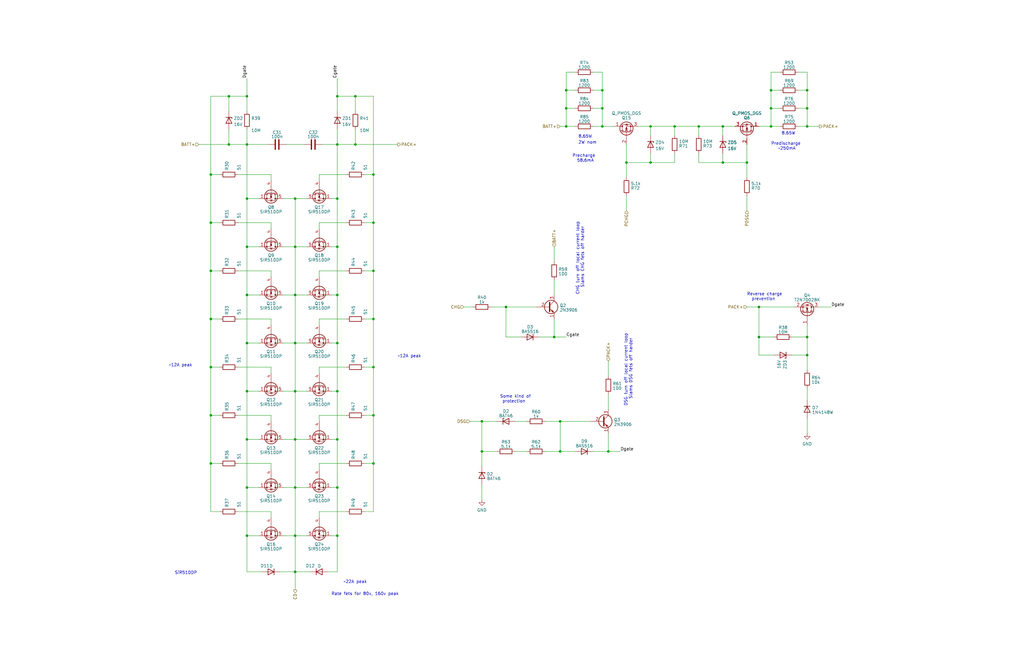
<source format=kicad_sch>
(kicad_sch (version 20230121) (generator eeschema)
  (paper "B")
  (title_block (title "High Side Fets") (date "2022-10-30") (rev "Rev 0") (company "QTech BMS Dept"))
  (junction (at 213.36 129.54))
  (junction (at 104.14 205.74))
  (junction (at 88.9 93.98))
  (junction (at 104.14 226.06))
  (junction (at 320.04 129.54))
  (junction (at 104.14 40.64))
  (junction (at 124.46 104.14))
  (junction (at 203.2 190.5))
  (junction (at 149.86 40.64))
  (junction (at 157.48 134.62))
  (junction (at 314.96 68.58))
  (junction (at 88.9 175.26))
  (junction (at 340.36 53.34))
  (junction (at 124.46 205.74))
  (junction (at 340.36 38.1))
  (junction (at 157.48 114.3))
  (junction (at 157.48 195.58))
  (junction (at 124.46 124.46))
  (junction (at 254 38.1))
  (junction (at 104.14 185.42))
  (junction (at 96.52 60.96))
  (junction (at 157.48 175.26))
  (junction (at 142.24 60.96))
  (junction (at 304.8 68.58))
  (junction (at 104.14 83.82))
  (junction (at 104.14 144.78))
  (junction (at 254 53.34))
  (junction (at 88.9 73.66))
  (junction (at 238.76 45.72))
  (junction (at 284.48 53.34))
  (junction (at 149.86 60.96))
  (junction (at 124.46 241.3))
  (junction (at 254 45.72))
  (junction (at 142.24 205.74))
  (junction (at 88.9 195.58))
  (junction (at 88.9 154.94))
  (junction (at 142.24 83.82))
  (junction (at 124.46 144.78))
  (junction (at 320.04 142.24))
  (junction (at 304.8 53.34))
  (junction (at 142.24 124.46))
  (junction (at 142.24 40.64))
  (junction (at 88.9 114.3))
  (junction (at 236.22 177.8))
  (junction (at 104.14 124.46))
  (junction (at 104.14 104.14))
  (junction (at 264.16 68.58))
  (junction (at 96.52 40.64))
  (junction (at 325.12 53.34))
  (junction (at 124.46 165.1))
  (junction (at 157.48 154.94))
  (junction (at 203.2 177.8))
  (junction (at 124.46 83.82))
  (junction (at 142.24 165.1))
  (junction (at 124.46 226.06))
  (junction (at 325.12 38.1))
  (junction (at 274.32 68.58))
  (junction (at 340.36 142.24))
  (junction (at 238.76 53.34))
  (junction (at 104.14 60.96))
  (junction (at 294.64 53.34))
  (junction (at 104.14 165.1))
  (junction (at 142.24 185.42))
  (junction (at 340.36 45.72))
  (junction (at 256.54 190.5))
  (junction (at 236.22 190.5))
  (junction (at 325.12 45.72))
  (junction (at 157.48 93.98))
  (junction (at 88.9 134.62))
  (junction (at 238.76 38.1))
  (junction (at 157.48 73.66))
  (junction (at 274.32 53.34))
  (junction (at 142.24 144.78))
  (junction (at 233.68 142.24))
  (junction (at 142.24 226.06))
  (junction (at 124.46 185.42))
  (junction (at 142.24 104.14))
  (junction (at 340.36 149.86))
  (wire (pts (xy 124.46 124.46) (xy 129.54 124.46)))
  (wire (pts (xy 88.9 134.62) (xy 92.71 134.62)))
  (wire (pts (xy 238.76 38.1) (xy 242.57 38.1)))
  (wire (pts (xy 124.46 165.1) (xy 129.54 165.1)))
  (wire (pts (xy 219.71 142.24) (xy 213.36 142.24)))
  (wire (pts (xy 254 53.34) (xy 259.08 53.34)))
  (wire (pts (xy 195.58 129.54) (xy 199.39 129.54)))
  (wire (pts (xy 314.96 88.9) (xy 314.96 82.55)))
  (wire (pts (xy 142.24 124.46) (xy 142.24 144.78)))
  (wire (pts (xy 114.3 134.62) (xy 100.33 134.62)))
  (wire (pts (xy 114.3 195.58) (xy 114.3 198.12)))
  (wire (pts (xy 134.62 195.58) (xy 134.62 198.12)))
  (wire (pts (xy 153.67 195.58) (xy 157.48 195.58)))
  (wire (pts (xy 229.87 177.8) (xy 236.22 177.8)))
  (wire (pts (xy 88.9 114.3) (xy 92.71 114.3)))
  (wire (pts (xy 119.38 226.06) (xy 124.46 226.06)))
  (wire (pts (xy 238.76 38.1) (xy 238.76 30.48)))
  (wire (pts (xy 304.8 64.77) (xy 304.8 68.58)))
  (wire (pts (xy 238.76 30.48) (xy 242.57 30.48)))
  (wire (pts (xy 350.52 129.54) (xy 345.44 129.54)))
  (wire (pts (xy 274.32 68.58) (xy 284.48 68.58)))
  (wire (pts (xy 157.48 93.98) (xy 157.48 114.3)))
  (wire (pts (xy 264.16 88.9) (xy 264.16 82.55)))
  (wire (pts (xy 104.14 241.3) (xy 110.49 241.3)))
  (wire (pts (xy 264.16 74.93) (xy 264.16 68.58)))
  (wire (pts (xy 114.3 154.94) (xy 114.3 157.48)))
  (wire (pts (xy 104.14 124.46) (xy 109.22 124.46)))
  (wire (pts (xy 142.24 241.3) (xy 138.43 241.3)))
  (wire (pts (xy 96.52 40.64) (xy 96.52 46.99)))
  (wire (pts (xy 88.9 195.58) (xy 88.9 215.9)))
  (wire (pts (xy 88.9 215.9) (xy 92.71 215.9)))
  (wire (pts (xy 320.04 53.34) (xy 325.12 53.34)))
  (wire (pts (xy 119.38 83.82) (xy 124.46 83.82)))
  (wire (pts (xy 120.65 60.96) (xy 128.27 60.96)))
  (wire (pts (xy 236.22 190.5) (xy 242.57 190.5)))
  (wire (pts (xy 139.7 226.06) (xy 142.24 226.06)))
  (wire (pts (xy 233.68 134.62) (xy 233.68 142.24)))
  (wire (pts (xy 104.14 205.74) (xy 104.14 226.06)))
  (wire (pts (xy 149.86 54.61) (xy 149.86 60.96)))
  (wire (pts (xy 88.9 73.66) (xy 88.9 93.98)))
  (wire (pts (xy 119.38 124.46) (xy 124.46 124.46)))
  (wire (pts (xy 254 30.48) (xy 254 38.1)))
  (wire (pts (xy 314.96 68.58) (xy 314.96 60.96)))
  (wire (pts (xy 124.46 185.42) (xy 124.46 205.74)))
  (wire (pts (xy 157.48 73.66) (xy 157.48 93.98)))
  (wire (pts (xy 340.36 38.1) (xy 340.36 45.72)))
  (wire (pts (xy 340.36 176.53) (xy 340.36 182.88)))
  (wire (pts (xy 119.38 104.14) (xy 124.46 104.14)))
  (wire (pts (xy 229.87 190.5) (xy 236.22 190.5)))
  (wire (pts (xy 325.12 30.48) (xy 328.93 30.48)))
  (wire (pts (xy 142.24 40.64) (xy 142.24 46.99)))
  (wire (pts (xy 139.7 83.82) (xy 142.24 83.82)))
  (wire (pts (xy 124.46 104.14) (xy 124.46 124.46)))
  (wire (pts (xy 340.36 149.86) (xy 340.36 156.21)))
  (wire (pts (xy 134.62 93.98) (xy 134.62 96.52)))
  (wire (pts (xy 124.46 104.14) (xy 129.54 104.14)))
  (wire (pts (xy 233.68 104.14) (xy 233.68 110.49)))
  (wire (pts (xy 294.64 64.77) (xy 294.64 68.58)))
  (wire (pts (xy 104.14 54.61) (xy 104.14 60.96)))
  (wire (pts (xy 104.14 205.74) (xy 109.22 205.74)))
  (wire (pts (xy 153.67 154.94) (xy 157.48 154.94)))
  (wire (pts (xy 96.52 54.61) (xy 96.52 60.96)))
  (wire (pts (xy 294.64 53.34) (xy 304.8 53.34)))
  (wire (pts (xy 124.46 226.06) (xy 129.54 226.06)))
  (wire (pts (xy 124.46 205.74) (xy 129.54 205.74)))
  (wire (pts (xy 250.19 190.5) (xy 256.54 190.5)))
  (wire (pts (xy 104.14 165.1) (xy 109.22 165.1)))
  (wire (pts (xy 96.52 40.64) (xy 104.14 40.64)))
  (wire (pts (xy 149.86 60.96) (xy 167.64 60.96)))
  (wire (pts (xy 217.17 177.8) (xy 222.25 177.8)))
  (wire (pts (xy 134.62 73.66) (xy 134.62 76.2)))
  (wire (pts (xy 104.14 185.42) (xy 104.14 205.74)))
  (wire (pts (xy 254 38.1) (xy 254 45.72)))
  (wire (pts (xy 119.38 205.74) (xy 124.46 205.74)))
  (wire (pts (xy 104.14 104.14) (xy 109.22 104.14)))
  (wire (pts (xy 142.24 60.96) (xy 149.86 60.96)))
  (wire (pts (xy 149.86 40.64) (xy 149.86 46.99)))
  (wire (pts (xy 284.48 68.58) (xy 284.48 64.77)))
  (wire (pts (xy 124.46 144.78) (xy 124.46 165.1)))
  (wire (pts (xy 217.17 190.5) (xy 222.25 190.5)))
  (wire (pts (xy 88.9 93.98) (xy 92.71 93.98)))
  (wire (pts (xy 153.67 134.62) (xy 157.48 134.62)))
  (wire (pts (xy 134.62 195.58) (xy 146.05 195.58)))
  (wire (pts (xy 142.24 144.78) (xy 142.24 165.1)))
  (wire (pts (xy 314.96 74.93) (xy 314.96 68.58)))
  (wire (pts (xy 213.36 129.54) (xy 226.06 129.54)))
  (wire (pts (xy 207.01 129.54) (xy 213.36 129.54)))
  (wire (pts (xy 88.9 175.26) (xy 88.9 195.58)))
  (wire (pts (xy 203.2 190.5) (xy 203.2 196.85)))
  (wire (pts (xy 250.19 38.1) (xy 254 38.1)))
  (wire (pts (xy 320.04 129.54) (xy 320.04 142.24)))
  (wire (pts (xy 124.46 241.3) (xy 124.46 248.92)))
  (wire (pts (xy 320.04 129.54) (xy 335.28 129.54)))
  (wire (pts (xy 100.33 73.66) (xy 114.3 73.66)))
  (wire (pts (xy 336.55 53.34) (xy 340.36 53.34)))
  (wire (pts (xy 334.01 142.24) (xy 340.36 142.24)))
  (wire (pts (xy 142.24 165.1) (xy 142.24 185.42)))
  (wire (pts (xy 88.9 134.62) (xy 88.9 154.94)))
  (wire (pts (xy 134.62 154.94) (xy 134.62 157.48)))
  (wire (pts (xy 153.67 73.66) (xy 157.48 73.66)))
  (wire (pts (xy 250.19 53.34) (xy 254 53.34)))
  (wire (pts (xy 88.9 154.94) (xy 88.9 175.26)))
  (wire (pts (xy 238.76 142.24) (xy 233.68 142.24)))
  (wire (pts (xy 274.32 64.77) (xy 274.32 68.58)))
  (wire (pts (xy 238.76 53.34) (xy 238.76 45.72)))
  (wire (pts (xy 254 45.72) (xy 254 53.34)))
  (wire (pts (xy 119.38 144.78) (xy 124.46 144.78)))
  (wire (pts (xy 304.8 53.34) (xy 304.8 57.15)))
  (wire (pts (xy 104.14 104.14) (xy 104.14 124.46)))
  (wire (pts (xy 336.55 45.72) (xy 340.36 45.72)))
  (wire (pts (xy 142.24 54.61) (xy 142.24 60.96)))
  (wire (pts (xy 88.9 40.64) (xy 88.9 73.66)))
  (wire (pts (xy 304.8 68.58) (xy 314.96 68.58)))
  (wire (pts (xy 203.2 177.8) (xy 209.55 177.8)))
  (wire (pts (xy 124.46 241.3) (xy 118.11 241.3)))
  (wire (pts (xy 142.24 83.82) (xy 142.24 104.14)))
  (wire (pts (xy 203.2 190.5) (xy 209.55 190.5)))
  (wire (pts (xy 124.46 205.74) (xy 124.46 226.06)))
  (wire (pts (xy 142.24 40.64) (xy 149.86 40.64)))
  (wire (pts (xy 142.24 104.14) (xy 142.24 124.46)))
  (wire (pts (xy 149.86 40.64) (xy 157.48 40.64)))
  (wire (pts (xy 142.24 60.96) (xy 142.24 83.82)))
  (wire (pts (xy 114.3 215.9) (xy 114.3 218.44)))
  (wire (pts (xy 326.39 149.86) (xy 320.04 149.86)))
  (wire (pts (xy 264.16 68.58) (xy 274.32 68.58)))
  (wire (pts (xy 104.14 165.1) (xy 104.14 185.42)))
  (wire (pts (xy 157.48 154.94) (xy 157.48 134.62)))
  (wire (pts (xy 104.14 185.42) (xy 109.22 185.42)))
  (wire (pts (xy 100.33 175.26) (xy 114.3 175.26)))
  (wire (pts (xy 284.48 57.15) (xy 284.48 53.34)))
  (wire (pts (xy 269.24 53.34) (xy 274.32 53.34)))
  (wire (pts (xy 88.9 93.98) (xy 88.9 114.3)))
  (wire (pts (xy 236.22 190.5) (xy 236.22 177.8)))
  (wire (pts (xy 114.3 93.98) (xy 114.3 96.52)))
  (wire (pts (xy 124.46 144.78) (xy 129.54 144.78)))
  (wire (pts (xy 124.46 185.42) (xy 129.54 185.42)))
  (wire (pts (xy 139.7 185.42) (xy 142.24 185.42)))
  (wire (pts (xy 153.67 93.98) (xy 157.48 93.98)))
  (wire (pts (xy 104.14 33.02) (xy 104.14 40.64)))
  (wire (pts (xy 236.22 177.8) (xy 248.92 177.8)))
  (wire (pts (xy 119.38 185.42) (xy 124.46 185.42)))
  (wire (pts (xy 88.9 134.62) (xy 88.9 114.3)))
  (wire (pts (xy 104.14 144.78) (xy 109.22 144.78)))
  (wire (pts (xy 340.36 149.86) (xy 334.01 149.86)))
  (wire (pts (xy 157.48 40.64) (xy 157.48 73.66)))
  (wire (pts (xy 284.48 53.34) (xy 294.64 53.34)))
  (wire (pts (xy 88.9 195.58) (xy 92.71 195.58)))
  (wire (pts (xy 157.48 215.9) (xy 157.48 195.58)))
  (wire (pts (xy 124.46 83.82) (xy 129.54 83.82)))
  (wire (pts (xy 157.48 154.94) (xy 157.48 175.26)))
  (wire (pts (xy 233.68 118.11) (xy 233.68 124.46)))
  (wire (pts (xy 238.76 38.1) (xy 238.76 45.72)))
  (wire (pts (xy 134.62 175.26) (xy 146.05 175.26)))
  (wire (pts (xy 139.7 144.78) (xy 142.24 144.78)))
  (wire (pts (xy 250.19 30.48) (xy 254 30.48)))
  (wire (pts (xy 250.19 45.72) (xy 254 45.72)))
  (wire (pts (xy 340.36 53.34) (xy 345.44 53.34)))
  (wire (pts (xy 114.3 73.66) (xy 114.3 76.2)))
  (wire (pts (xy 325.12 38.1) (xy 325.12 45.72)))
  (wire (pts (xy 264.16 68.58) (xy 264.16 60.96)))
  (wire (pts (xy 134.62 93.98) (xy 146.05 93.98)))
  (wire (pts (xy 124.46 226.06) (xy 124.46 241.3)))
  (wire (pts (xy 114.3 137.16) (xy 114.3 134.62)))
  (wire (pts (xy 336.55 38.1) (xy 340.36 38.1)))
  (wire (pts (xy 320.04 142.24) (xy 320.04 149.86)))
  (wire (pts (xy 203.2 177.8) (xy 203.2 190.5)))
  (wire (pts (xy 134.62 114.3) (xy 146.05 114.3)))
  (wire (pts (xy 325.12 38.1) (xy 328.93 38.1)))
  (wire (pts (xy 142.24 226.06) (xy 142.24 241.3)))
  (wire (pts (xy 88.9 40.64) (xy 96.52 40.64)))
  (wire (pts (xy 157.48 134.62) (xy 157.48 114.3)))
  (wire (pts (xy 134.62 134.62) (xy 146.05 134.62)))
  (wire (pts (xy 139.7 165.1) (xy 142.24 165.1)))
  (wire (pts (xy 135.89 60.96) (xy 142.24 60.96)))
  (wire (pts (xy 104.14 226.06) (xy 104.14 241.3)))
  (wire (pts (xy 100.33 195.58) (xy 114.3 195.58)))
  (wire (pts (xy 157.48 175.26) (xy 153.67 175.26)))
  (wire (pts (xy 320.04 142.24) (xy 326.39 142.24)))
  (wire (pts (xy 233.68 142.24) (xy 227.33 142.24)))
  (wire (pts (xy 238.76 53.34) (xy 242.57 53.34)))
  (wire (pts (xy 124.46 124.46) (xy 124.46 144.78)))
  (wire (pts (xy 134.62 154.94) (xy 146.05 154.94)))
  (wire (pts (xy 336.55 30.48) (xy 340.36 30.48)))
  (wire (pts (xy 213.36 142.24) (xy 213.36 129.54)))
  (wire (pts (xy 153.67 215.9) (xy 157.48 215.9)))
  (wire (pts (xy 96.52 60.96) (xy 104.14 60.96)))
  (wire (pts (xy 114.3 114.3) (xy 114.3 116.84)))
  (wire (pts (xy 274.32 53.34) (xy 274.32 57.15)))
  (wire (pts (xy 340.36 137.16) (xy 340.36 142.24)))
  (wire (pts (xy 124.46 83.82) (xy 124.46 104.14)))
  (wire (pts (xy 325.12 53.34) (xy 328.93 53.34)))
  (wire (pts (xy 104.14 46.99) (xy 104.14 40.64)))
  (wire (pts (xy 139.7 104.14) (xy 142.24 104.14)))
  (wire (pts (xy 325.12 53.34) (xy 325.12 45.72)))
  (wire (pts (xy 256.54 166.37) (xy 256.54 172.72)))
  (wire (pts (xy 304.8 53.34) (xy 309.88 53.34)))
  (wire (pts (xy 261.62 190.5) (xy 256.54 190.5)))
  (wire (pts (xy 83.82 60.96) (xy 96.52 60.96)))
  (wire (pts (xy 88.9 175.26) (xy 92.71 175.26)))
  (wire (pts (xy 104.14 60.96) (xy 113.03 60.96)))
  (wire (pts (xy 104.14 83.82) (xy 104.14 104.14)))
  (wire (pts (xy 134.62 215.9) (xy 134.62 218.44)))
  (wire (pts (xy 340.36 142.24) (xy 340.36 149.86)))
  (wire (pts (xy 274.32 53.34) (xy 284.48 53.34)))
  (wire (pts (xy 340.36 30.48) (xy 340.36 38.1)))
  (wire (pts (xy 142.24 205.74) (xy 142.24 226.06)))
  (wire (pts (xy 153.67 114.3) (xy 157.48 114.3)))
  (wire (pts (xy 134.62 73.66) (xy 146.05 73.66)))
  (wire (pts (xy 134.62 134.62) (xy 134.62 137.16)))
  (wire (pts (xy 104.14 124.46) (xy 104.14 144.78)))
  (wire (pts (xy 88.9 73.66) (xy 92.71 73.66)))
  (wire (pts (xy 104.14 226.06) (xy 109.22 226.06)))
  (wire (pts (xy 325.12 38.1) (xy 325.12 30.48)))
  (wire (pts (xy 119.38 165.1) (xy 124.46 165.1)))
  (wire (pts (xy 130.81 241.3) (xy 124.46 241.3)))
  (wire (pts (xy 100.33 215.9) (xy 114.3 215.9)))
  (wire (pts (xy 256.54 152.4) (xy 256.54 158.75)))
  (wire (pts (xy 134.62 114.3) (xy 134.62 116.84)))
  (wire (pts (xy 134.62 175.26) (xy 134.62 177.8)))
  (wire (pts (xy 104.14 144.78) (xy 104.14 165.1)))
  (wire (pts (xy 340.36 163.83) (xy 340.36 168.91)))
  (wire (pts (xy 104.14 60.96) (xy 104.14 83.82)))
  (wire (pts (xy 88.9 154.94) (xy 92.71 154.94)))
  (wire (pts (xy 236.22 53.34) (xy 238.76 53.34)))
  (wire (pts (xy 104.14 83.82) (xy 109.22 83.82)))
  (wire (pts (xy 294.64 53.34) (xy 294.64 57.15)))
  (wire (pts (xy 314.96 129.54) (xy 320.04 129.54)))
  (wire (pts (xy 100.33 93.98) (xy 114.3 93.98)))
  (wire (pts (xy 124.46 165.1) (xy 124.46 185.42)))
  (wire (pts (xy 142.24 33.02) (xy 142.24 40.64)))
  (wire (pts (xy 256.54 182.88) (xy 256.54 190.5)))
  (wire (pts (xy 114.3 175.26) (xy 114.3 177.8)))
  (wire (pts (xy 114.3 114.3) (xy 100.33 114.3)))
  (wire (pts (xy 340.36 45.72) (xy 340.36 53.34)))
  (wire (pts (xy 325.12 45.72) (xy 328.93 45.72)))
  (wire (pts (xy 139.7 205.74) (xy 142.24 205.74)))
  (wire (pts (xy 139.7 124.46) (xy 142.24 124.46)))
  (wire (pts (xy 198.12 177.8) (xy 203.2 177.8)))
  (wire (pts (xy 203.2 204.47) (xy 203.2 210.82)))
  (wire (pts (xy 238.76 45.72) (xy 242.57 45.72)))
  (wire (pts (xy 100.33 154.94) (xy 114.3 154.94)))
  (wire (pts (xy 142.24 185.42) (xy 142.24 205.74)))
  (wire (pts (xy 157.48 195.58) (xy 157.48 175.26)))
  (wire (pts (xy 134.62 215.9) (xy 146.05 215.9)))
  (wire (pts (xy 294.64 68.58) (xy 304.8 68.58)))
  (text "Rate fets for 80v, 160v peak" (at 139.7 251.46 0) (effects (font (size 1.27 1.27)) (justify left bottom)))
  (text "CHG turn off local current loop\n   Slams CHG fets off harder" (at 246.38 124.46 90) (effects (font (size 1.27 1.27)) (justify left bottom)))
  (text "2W nom" (at 243.84 60.96 0) (effects (font (size 1.27 1.27)) (justify left bottom)))
  (text "~22A peak" (at 144.78 246.38 0) (effects (font (size 1.27 1.27)) (justify left bottom)))
  (text "Reverse charge\n  prevention" (at 314.96 127 0) (effects (font (size 1.27 1.27)) (justify left bottom)))
  (text "8.65W" (at 243.84 58.42 0) (effects (font (size 1.27 1.27)) (justify left bottom)))
  (text "Predischarge\n   ~250mA" (at 325.12 63.5 0) (effects (font (size 1.27 1.27)) (justify left bottom)))
  (text "DSG turn off local current loop\n   Slams DSG fets off harder" (at 266.7 171.45 90) (effects (font (size 1.27 1.27)) (justify left bottom)))
  (text "8.65W" (at 329.5406 57.0641 0) (effects (font (size 1.27 1.27)) (justify left bottom)))
  (text "Precharge\n  58.6mA" (at 241.3 68.58 0) (effects (font (size 1.27 1.27)) (justify left bottom)))
  (text "Some kind of\n protection" (at 210.82 170.18 0) (effects (font (size 1.27 1.27)) (justify left bottom)))
  (text "~12A peak" (at 167.64 151.13 0) (effects (font (size 1.27 1.27)) (justify left bottom)))
  (text "~12A peak" (at 71.12 154.94 0) (effects (font (size 1.27 1.27)) (justify left bottom)))
  (text "SiR510DP" (at 73.66 242.57 0) (effects (font (size 1.27 1.27)) (justify left bottom)))
  (label "Cgate" (at 238.76 142.24 0))
  (label "Dgate" (at 261.62 190.5 0))
  (label "Cgate" (at 142.24 33.02 90))
  (label "Dgate" (at 350.52 129.54 0))
  (label "Dgate" (at 104.14 33.02 90))
  (hierarchical_label "PACK+" (shape output) (at 167.64 60.96 0))
  (hierarchical_label "PCHG" (shape input) (at 264.16 88.9 270))
  (hierarchical_label "PACK+" (shape input) (at 256.54 152.4 90))
  (hierarchical_label "BATT+" (shape input) (at 83.82 60.96 180))
  (hierarchical_label "BATT+" (shape input) (at 233.68 104.14 90))
  (hierarchical_label "PACK+" (shape output) (at 345.44 53.34 0))
  (hierarchical_label "CD" (shape output) (at 124.46 248.92 270))
  (hierarchical_label "CHG" (shape input) (at 195.58 129.54 180))
  (hierarchical_label "PDSG" (shape input) (at 314.96 88.9 270))
  (hierarchical_label "DSG" (shape input) (at 198.12 177.8 180))
  (hierarchical_label "BATT+" (shape input) (at 236.22 53.34 180))
  (hierarchical_label "PACK+" (shape input) (at 314.96 129.54 180))
  (symbol (lib_id "Transistor_FET:Si7336ADP") (at 134.62 182.88 90) (mirror x) (unit 1)
    (property "Reference" "Q22" (at 134.62 189.0475 90))
    (property "Value" "SIR510DP" (at 134.62 190.9685 90))
    (property "Footprint" "Package_SO:PowerPAK_SO-8_Single" (effects hide))
    (property "Datasheet" "https://www.vishay.com/doc?78251" (effects hide))
    (property "Mouser" "https://www.mouser.com/ProductDetail/Vishay-Siliconix/SIR510DP-T1-RE3?qs=DRkmTr78QAQgLs6ynidLQA%3D%3D" (effects hide))
    (property "Part Number" "SIR510DP-T1-RE3" (effects hide))
    (property "Rating" "100V 126A" (effects hide))
  )
  (symbol (lib_id "Device:R") (at 256.54 162.56 180) (unit 1)
    (property "Reference" "R61" (at 258.318 161.9163 0) (effects (justify right)))
    (property "Value" "100" (at 258.318 163.8373 0) (effects (justify right)))
    (property "Footprint" "Resistor_SMD:R_0603_1608Metric" (effects hide))
    (property "Datasheet" "https://www.mouser.com/datasheet/2/54/cr-1858361.pdf" (effects hide))
    (property "Mouser" "https://www.mouser.com/ProductDetail/Bourns/CR0603-FX-1000ELF?qs=sGAEpiMZZMtlubZbdhIBIB2E0CzLGwMIzMOnVrznuHg%3D" (effects hide))
    (property "Part Number" "CR0603-FX-1000ELF" (effects hide))
    (property "Rating" "100mW" (effects hide))
  )
  (symbol (lib_id "Transistor_FET:Si7336ADP") (at 114.3 203.2 270) (unit 1)
    (property "Reference" "Q14" (at 114.3 209.3675 90))
    (property "Value" "SIR510DP" (at 114.3 211.2885 90))
    (property "Footprint" "Package_SO:PowerPAK_SO-8_Single" (effects hide))
    (property "Datasheet" "https://www.vishay.com/doc?78251" (effects hide))
    (property "Mouser" "https://www.mouser.com/ProductDetail/Vishay-Siliconix/SIR510DP-T1-RE3?qs=DRkmTr78QAQgLs6ynidLQA%3D%3D" (effects hide))
    (property "Part Number" "SIR510DP-T1-RE3" (effects hide))
    (property "Rating" "100V 126A" (effects hide))
  )
  (symbol (lib_id "Transistor_FET:Si7336ADP") (at 134.62 203.2 90) (mirror x) (unit 1)
    (property "Reference" "Q23" (at 134.62 209.3675 90))
    (property "Value" "SIR510DP" (at 134.62 211.2885 90))
    (property "Footprint" "Package_SO:PowerPAK_SO-8_Single" (effects hide))
    (property "Datasheet" "https://www.vishay.com/doc?78251" (effects hide))
    (property "Mouser" "https://www.mouser.com/ProductDetail/Vishay-Siliconix/SIR510DP-T1-RE3?qs=DRkmTr78QAQgLs6ynidLQA%3D%3D" (effects hide))
    (property "Part Number" "SIR510DP-T1-RE3" (effects hide))
    (property "Rating" "100V 126A" (effects hide))
  )
  (symbol (lib_id "Device:D_Zener") (at 142.24 50.8 270) (unit 1)
    (property "Reference" "ZD1" (at 144.272 49.9653 90) (effects (justify left)))
    (property "Value" "16V" (at 144.272 52.5022 90) (effects (justify left)))
    (property "Footprint" "Diode_SMD:D_SOD-323F" (effects hide))
    (property "Datasheet" "https://www.diodes.com/assets/Datasheets/ds31987.pdf" (effects hide))
    (property "Mouser" "https://www.mouser.com/ProductDetail/Diodes-Incorporated/DDZ16CSF-7?qs=gfe7vQ8txpU%2Fw9f0N8ItgQ%3D%3D" (effects hide))
    (property "Part Number" "DDZ16CSF-7" (effects hide))
    (property "Rating" "16V 500mW" (effects hide))
  )
  (symbol (lib_id "Device:D_Zener") (at 330.2 149.86 180) (unit 1)
    (property "Reference" "ZD3" (at 331.0347 151.892 90) (effects (justify left)))
    (property "Value" "16V" (at 328.4978 151.892 90) (effects (justify left)))
    (property "Footprint" "Diode_SMD:D_SOD-323F" (effects hide))
    (property "Datasheet" "https://www.diodes.com/assets/Datasheets/ds31987.pdf" (effects hide))
    (property "Mouser" "https://www.mouser.com/ProductDetail/Diodes-Incorporated/DDZ16CSF-7?qs=gfe7vQ8txpU%2Fw9f0N8ItgQ%3D%3D" (effects hide))
    (property "Part Number" "DDZ16CSF-7" (effects hide))
    (property "Rating" "16V 500mW" (effects hide))
  )
  (symbol (lib_id "Transistor_FET:Si7336ADP") (at 114.3 162.56 270) (unit 1)
    (property "Reference" "Q12" (at 114.3 168.7275 90))
    (property "Value" "SIR510DP" (at 114.3 170.6485 90))
    (property "Footprint" "Package_SO:PowerPAK_SO-8_Single" (effects hide))
    (property "Datasheet" "https://www.vishay.com/doc?78251" (effects hide))
    (property "Mouser" "https://www.mouser.com/ProductDetail/Vishay-Siliconix/SIR510DP-T1-RE3?qs=DRkmTr78QAQgLs6ynidLQA%3D%3D" (effects hide))
    (property "Part Number" "SIR510DP-T1-RE3" (effects hide))
    (property "Rating" "100V 126A" (effects hide))
  )
  (symbol (lib_id "Transistor_FET:Si7336ADP") (at 114.3 81.28 270) (unit 1)
    (property "Reference" "Q8" (at 114.3 87.4475 90))
    (property "Value" "SIR510DP" (at 114.3 89.3685 90))
    (property "Footprint" "Package_SO:PowerPAK_SO-8_Single" (effects hide))
    (property "Datasheet" "https://www.vishay.com/doc?78251" (effects hide))
    (property "Mouser" "https://www.mouser.com/ProductDetail/Vishay-Siliconix/SIR510DP-T1-RE3?qs=DRkmTr78QAQgLs6ynidLQA%3D%3D" (effects hide))
    (property "Part Number" "SIR510DP-T1-RE3" (effects hide))
    (property "Rating" "100V 126A" (effects hide))
  )
  (symbol (lib_id "Device:R") (at 294.64 60.96 0) (mirror y) (unit 1)
    (property "Reference" "R73" (at 296.418 61.6037 0) (effects (justify right)))
    (property "Value" "10M" (at 296.418 59.6827 0) (effects (justify right)))
    (property "Footprint" "Resistor_SMD:R_0603_1608Metric" (effects hide))
    (property "Datasheet" "https://www.mouser.com/datasheet/2/447/PYu_AC_51_RoHS_L_9-3005297.pdf" (effects hide))
    (property "Mouser" "https://www.mouser.com/ProductDetail/YAGEO/AC0603FR-0710ML?qs=sGAEpiMZZMtlubZbdhIBIG07xJe44c5AN0zPtTTP5TI%3D" (effects hide))
    (property "Part Number" "AC0603FR-0710ML" (effects hide))
    (property "Rating" "100mW" (effects hide))
  )
  (symbol (lib_id "Device:R") (at 96.52 93.98 90) (unit 1)
    (property "Reference" "R31" (at 95.6853 92.202 0) (effects (justify left)))
    (property "Value" "51" (at 100.7622 92.202 0) (effects (justify left)))
    (property "Footprint" "Resistor_SMD:R_0603_1608Metric" (effects hide))
    (property "Datasheet" "https://www.vishay.com/doc?20035" (effects hide))
    (property "Mouser" "https://www.mouser.com/ProductDetail/Vishay-Dale/CRCW060351R0FKEB?qs=sGAEpiMZZMtlubZbdhIBIDtQ47NphPmFggvnoEz9pAA%3D" (effects hide))
    (property "Part Number" "CRCW060351R0FKEB" (effects hide))
    (property "Rating" "100mW" (effects hide))
  )
  (symbol (lib_id "Device:R") (at 149.86 175.26 90) (unit 1)
    (property "Reference" "R47" (at 149.0253 173.482 0) (effects (justify left)))
    (property "Value" "51" (at 154.1022 173.482 0) (effects (justify left)))
    (property "Footprint" "Resistor_SMD:R_0603_1608Metric" (effects hide))
    (property "Datasheet" "https://www.vishay.com/doc?20035" (effects hide))
    (property "Mouser" "https://www.mouser.com/ProductDetail/Vishay-Dale/CRCW060351R0FKEB?qs=sGAEpiMZZMtlubZbdhIBIDtQ47NphPmFggvnoEz9pAA%3D" (effects hide))
    (property "Part Number" "CRCW060351R0FKEB" (effects hide))
    (property "Rating" "100mW" (effects hide))
  )
  (symbol (lib_id "Device:R") (at 149.86 73.66 90) (unit 1)
    (property "Reference" "R42" (at 149.0253 71.882 0) (effects (justify left)))
    (property "Value" "51" (at 154.1022 71.882 0) (effects (justify left)))
    (property "Footprint" "Resistor_SMD:R_0603_1608Metric" (effects hide))
    (property "Datasheet" "https://www.vishay.com/doc?20035" (effects hide))
    (property "Mouser" "https://www.mouser.com/ProductDetail/Vishay-Dale/CRCW060351R0FKEB?qs=sGAEpiMZZMtlubZbdhIBIDtQ47NphPmFggvnoEz9pAA%3D" (effects hide))
    (property "Part Number" "CRCW060351R0FKEB" (effects hide))
    (property "Rating" "100mW" (effects hide))
  )
  (symbol (lib_id "Device:D_Zener") (at 304.8 60.96 270) (unit 1)
    (property "Reference" "ZD5" (at 306.832 60.1253 90) (effects (justify left)))
    (property "Value" "16V" (at 306.832 62.6622 90) (effects (justify left)))
    (property "Footprint" "Diode_SMD:D_SOD-323F" (effects hide))
    (property "Datasheet" "https://www.diodes.com/assets/Datasheets/ds31987.pdf" (effects hide))
    (property "Mouser" "https://www.mouser.com/ProductDetail/Diodes-Incorporated/DDZ16CSF-7?qs=gfe7vQ8txpU%2Fw9f0N8ItgQ%3D%3D" (effects hide))
    (property "Part Number" "DDZ16CSF-7" (effects hide))
    (property "Rating" "16V 500mW" (effects hide))
  )
  (symbol (lib_id "Diode:BAS516") (at 223.52 142.24 180) (unit 1)
    (property "Reference" "D3" (at 223.52 137.9601 0))
    (property "Value" "BAS516" (at 223.52 139.8811 0))
    (property "Footprint" "Diode_SMD:D_SOD-523" (effects hide))
    (property "Datasheet" "https://www.mouser.com/datasheet/2/916/BAS516-3081349.pdf" (effects hide))
    (property "Mouser" "https://www.mouser.com/ProductDetail/Nexperia/BAS516115?qs=me8TqzrmIYVSb%2FgWSGcf7w%3D%3D" (effects hide))
    (property "Part Number" "BAS516,115" (effects hide))
    (property "Rating" "85V 250mA" (effects hide))
  )
  (symbol (lib_id "Device:R") (at 332.74 38.1 270) (mirror x) (unit 1)
    (property "Reference" "R69" (at 332.74 34.0741 90))
    (property "Value" "1200" (at 332.74 35.9951 90))
    (property "Footprint" "Resistor_SMD:R_2512_6332Metric" (effects hide))
  )
  (symbol (lib_id "Device:C") (at 116.84 60.96 90) (unit 1)
    (property "Reference" "C31" (at 116.84 55.88 90))
    (property "Value" "100n" (at 116.84 57.6381 90))
    (property "Footprint" "Capacitor_SMD:C_0603_1608Metric" (effects hide))
    (property "Datasheet" "https://www.mouser.com/datasheet/2/585/MLCC-1837944.pdf" (effects hide))
    (property "Mouser" "https://www.mouser.com/ProductDetail/Samsung-Electro-Mechanics/CL10B104KC8NNNC?qs=sGAEpiMZZMs7ZEmUmaUL04Db8I7WfOR7JJmoHv2C8bjtz8qZ9HJqbw%3D%3D" (effects hide))
    (property "Part Number" "CL10B104KC8NNNC" (effects hide))
    (property "Rating" "100V" (effects hide))
  )
  (symbol (lib_id "Device:Q_PMOS_DGS") (at 314.96 55.88 270) (mirror x) (unit 1)
    (property "Reference" "Q6" (at 314.96 49.7125 90))
    (property "Value" "Q_PMOS_DGS" (at 314.96 47.7915 90))
  )
  (symbol (lib_id "power:GND") (at 203.2 210.82 0) (unit 1)
    (property "Reference" "#PWR02" (effects hide))
    (property "Value" "GND" (at 203.2 215.2634 0))
    (instances (project "bms" (path "" (reference "#PWR02") (unit 1)) (path "" (reference "#PWR028") (unit 1))))
  )
  (symbol (lib_id "Device:C") (at 132.08 60.96 90) (unit 1)
    (property "Reference" "C32" (at 132.08 55.88 90))
    (property "Value" "100n" (at 132.08 57.6381 90))
    (property "Footprint" "Capacitor_SMD:C_0603_1608Metric" (effects hide))
    (property "Datasheet" "https://www.mouser.com/datasheet/2/585/MLCC-1837944.pdf" (effects hide))
    (property "Mouser" "https://www.mouser.com/ProductDetail/Samsung-Electro-Mechanics/CL10B104KC8NNNC?qs=sGAEpiMZZMs7ZEmUmaUL04Db8I7WfOR7JJmoHv2C8bjtz8qZ9HJqbw%3D%3D" (effects hide))
    (property "Part Number" "CL10B104KC8NNNC" (effects hide))
    (property "Rating" "100V" (effects hide))
  )
  (symbol (lib_id "Device:R") (at 246.38 45.72 270) (mirror x) (unit 1)
    (property "Reference" "R84" (at 246.38 41.6941 90))
    (property "Value" "1200" (at 246.38 43.6151 90))
    (property "Footprint" "Resistor_SMD:R_2512_6332Metric" (effects hide))
  )
  (symbol (lib_id "Device:Q_NMOS_GSD") (at 340.36 132.08 270) (mirror x) (unit 1)
    (property "Reference" "Q4" (at 340.36 124.6251 90))
    (property "Value" "T2N7002BK" (at 340.36 126.5461 90))
    (property "Footprint" "Package_TO_SOT_SMD:SOT-23" (effects hide))
    (property "Datasheet" "https://www.mouser.com/datasheet/2/408/T2N7002BK_datasheet_en_20191025-1916498.pdf" (effects hide))
    (property "Mouser" "https://www.mouser.com/ProductDetail/Toshiba/T2N7002BKLM?qs=lX6dEUlT%252BgfTnU11z%2FTylg%3D%3D" (effects hide))
    (property "Part Number" "T2N7002BK,LM" (effects hide))
    (property "Rating" "60V 400mA" (effects hide))
  )
  (symbol (lib_id "Device:R") (at 149.86 114.3 90) (unit 1)
    (property "Reference" "R44" (at 149.0253 112.522 0) (effects (justify left)))
    (property "Value" "51" (at 154.1022 112.522 0) (effects (justify left)))
    (property "Footprint" "Resistor_SMD:R_0603_1608Metric" (effects hide))
    (property "Datasheet" "https://www.vishay.com/doc?20035" (effects hide))
    (property "Mouser" "https://www.mouser.com/ProductDetail/Vishay-Dale/CRCW060351R0FKEB?qs=sGAEpiMZZMtlubZbdhIBIDtQ47NphPmFggvnoEz9pAA%3D" (effects hide))
    (property "Part Number" "CRCW060351R0FKEB" (effects hide))
    (property "Rating" "100mW" (effects hide))
  )
  (symbol (lib_id "Device:R") (at 149.86 93.98 90) (unit 1)
    (property "Reference" "R43" (at 149.0253 92.202 0) (effects (justify left)))
    (property "Value" "51" (at 154.1022 92.202 0) (effects (justify left)))
    (property "Footprint" "Resistor_SMD:R_0603_1608Metric" (effects hide))
    (property "Datasheet" "https://www.vishay.com/doc?20035" (effects hide))
    (property "Mouser" "https://www.mouser.com/ProductDetail/Vishay-Dale/CRCW060351R0FKEB?qs=sGAEpiMZZMtlubZbdhIBIDtQ47NphPmFggvnoEz9pAA%3D" (effects hide))
    (property "Part Number" "CRCW060351R0FKEB" (effects hide))
    (property "Rating" "100mW" (effects hide))
  )
  (symbol (lib_id "Device:R") (at 96.52 73.66 90) (unit 1)
    (property "Reference" "R30" (at 95.6853 71.882 0) (effects (justify left)))
    (property "Value" "51" (at 100.7622 71.882 0) (effects (justify left)))
    (property "Footprint" "Resistor_SMD:R_0603_1608Metric" (effects hide))
    (property "Datasheet" "https://www.vishay.com/doc?20035" (effects hide))
    (property "Mouser" "https://www.mouser.com/ProductDetail/Vishay-Dale/CRCW060351R0FKEB?qs=sGAEpiMZZMtlubZbdhIBIDtQ47NphPmFggvnoEz9pAA%3D" (effects hide))
    (property "Part Number" "CRCW060351R0FKEB" (effects hide))
    (property "Rating" "100mW" (effects hide))
  )
  (symbol (lib_id "Transistor_BJT:2N3906") (at 231.14 129.54 0) (unit 1)
    (property "Reference" "Q2" (at 235.9914 128.8963 0) (effects (justify left)))
    (property "Value" "2N3906" (at 235.9914 130.8173 0) (effects (justify left)))
    (property "Footprint" "Package_TO_SOT_THT:TO-92_Inline" (effects hide))
    (property "Datasheet" "https://www.mouser.com/datasheet/2/115/DIOD_S_A0012992517_1-2513078.pdf" (effects hide))
    (property "Mouser" "https://www.mouser.com/ProductDetail/Diodes-Incorporated/MMBT3906-7-F?qs=wWyd8J8HCZnomk3dzpYZYw%3D%3D" (effects hide))
    (property "Part Number" "MMBT3906-7-F" (effects hide))
    (property "Rating" "40V 200mA" (effects hide))
  )
  (symbol (lib_id "Device:D_Zener") (at 274.32 60.96 270) (unit 1)
    (property "Reference" "ZD4" (at 276.352 60.1253 90) (effects (justify left)))
    (property "Value" "16V" (at 276.352 62.6622 90) (effects (justify left)))
    (property "Footprint" "Diode_SMD:D_SOD-323F" (effects hide))
    (property "Datasheet" "https://www.diodes.com/assets/Datasheets/ds31987.pdf" (effects hide))
    (property "Mouser" "https://www.mouser.com/ProductDetail/Diodes-Incorporated/DDZ16CSF-7?qs=gfe7vQ8txpU%2Fw9f0N8ItgQ%3D%3D" (effects hide))
    (property "Part Number" "DDZ16CSF-7" (effects hide))
    (property "Rating" "16V 500mW" (effects hide))
  )
  (symbol (lib_id "Device:D") (at 134.62 241.3 0) (unit 1)
    (property "Reference" "D12" (at 130.81 238.76 0))
    (property "Value" "D" (at 134.62 238.8671 0))
    (property "Footprint" "Diode_SMD:D_SMC" (effects hide))
  )
  (symbol (lib_id "Transistor_FET:Si7336ADP") (at 134.62 101.6 90) (mirror x) (unit 1)
    (property "Reference" "Q18" (at 134.62 107.7675 90))
    (property "Value" "SIR510DP" (at 134.62 109.6885 90))
    (property "Footprint" "Package_SO:PowerPAK_SO-8_Single" (effects hide))
    (property "Datasheet" "https://www.vishay.com/doc?78251" (effects hide))
    (property "Mouser" "https://www.mouser.com/ProductDetail/Vishay-Siliconix/SIR510DP-T1-RE3?qs=DRkmTr78QAQgLs6ynidLQA%3D%3D" (effects hide))
    (property "Part Number" "SIR510DP-T1-RE3" (effects hide))
    (property "Rating" "100V 126A" (effects hide))
  )
  (symbol (lib_id "Device:R") (at 314.96 78.74 0) (mirror y) (unit 1)
    (property "Reference" "R70" (at 316.738 79.3837 0) (effects (justify right)))
    (property "Value" "5.1k" (at 316.738 77.4627 0) (effects (justify right)))
    (property "Footprint" "Resistor_SMD:R_0603_1608Metric" (effects hide))
    (property "Datasheet" "https://www.mouser.com/datasheet/2/315/AOA0000C304-1149620.pdf" (effects hide))
    (property "Mouser" "https://www.mouser.com/ProductDetail/Panasonic/ERJ-3EKF5101V?qs=sGAEpiMZZMtlubZbdhIBILWcrV%252BWBYJCmWDmg%252B%252BOeB4%3D" (effects hide))
    (property "Part Number" "ERJ-3EKF5101V" (effects hide))
    (property "Rating" "100mW" (effects hide))
  )
  (symbol (lib_id "Device:R") (at 213.36 190.5 90) (unit 1)
    (property "Reference" "R63" (at 213.36 186.4741 90))
    (property "Value" "5.1k" (at 213.36 188.3951 90))
    (property "Footprint" "Resistor_SMD:R_0603_1608Metric" (effects hide))
    (property "Datasheet" "https://www.mouser.com/datasheet/2/447/PYu_RC_Group_51_RoHS_L_11-1984063.pdf" (effects hide))
    (property "Mouser" "https://www.mouser.com/ProductDetail/YAGEO/RC1206JR-075K1L?qs=sGAEpiMZZMtlubZbdhIBIBvSqRm9%252BnwjpZFs1r6dFlc%3D" (effects hide))
    (property "Part Number" "RC1206JR-075K1L" (effects hide))
    (property "Rating" "250mW" (effects hide))
  )
  (symbol (lib_id "Transistor_FET:Si7336ADP") (at 134.62 81.28 90) (mirror x) (unit 1)
    (property "Reference" "Q17" (at 134.62 87.4475 90))
    (property "Value" "SIR510DP" (at 134.62 89.3685 90))
    (property "Footprint" "Package_SO:PowerPAK_SO-8_Single" (effects hide))
    (property "Datasheet" "https://www.vishay.com/doc?78251" (effects hide))
    (property "Mouser" "https://www.mouser.com/ProductDetail/Vishay-Siliconix/SIR510DP-T1-RE3?qs=DRkmTr78QAQgLs6ynidLQA%3D%3D" (effects hide))
    (property "Part Number" "SIR510DP-T1-RE3" (effects hide))
    (property "Rating" "100V 126A" (effects hide))
  )
  (symbol (lib_id "Device:R") (at 96.52 134.62 90) (unit 1)
    (property "Reference" "R33" (at 95.6853 132.842 0) (effects (justify left)))
    (property "Value" "51" (at 100.7622 132.842 0) (effects (justify left)))
    (property "Footprint" "Resistor_SMD:R_0603_1608Metric" (effects hide))
    (property "Datasheet" "https://www.vishay.com/doc?20035" (effects hide))
    (property "Mouser" "https://www.mouser.com/ProductDetail/Vishay-Dale/CRCW060351R0FKEB?qs=sGAEpiMZZMtlubZbdhIBIDtQ47NphPmFggvnoEz9pAA%3D" (effects hide))
    (property "Part Number" "CRCW060351R0FKEB" (effects hide))
    (property "Rating" "100mW" (effects hide))
  )
  (symbol (lib_id "Device:D_Zener") (at 213.36 177.8 0) (unit 1)
    (property "Reference" "D2" (at 213.36 173.5201 0))
    (property "Value" "BAT46" (at 213.36 175.4411 0))
    (property "Footprint" "Diode_SMD:D_SOD-123" (effects hide))
    (property "Datasheet" "https://www.mouser.com/datasheet/2/258/BAT46WHE3_SOD_123_-1957551.pdf" (effects hide))
    (property "Mouser" "https://www.mouser.com/ProductDetail/Micro-Commercial-Components-MCC/BAT46WHE3-TP?qs=HBWAp0VN4RhwZZGh4BO67Q%3D%3D" (effects hide))
    (property "Part Number" "BAT46WHE3-TP" (effects hide))
    (property "Rating" "100V 150mA" (effects hide))
    (instances (project "bms" (path "" (reference "D2") (unit 1)) (path "" (reference "D5") (unit 1))))
  )
  (symbol (lib_id "Transistor_FET:Si7336ADP") (at 134.62 223.52 90) (mirror x) (unit 1)
    (property "Reference" "Q24" (at 134.62 229.6875 90))
    (property "Value" "SIR510DP" (at 134.62 231.6085 90))
    (property "Footprint" "Package_SO:PowerPAK_SO-8_Single" (effects hide))
    (property "Datasheet" "https://www.vishay.com/doc?78251" (effects hide))
    (property "Mouser" "https://www.mouser.com/ProductDetail/Vishay-Siliconix/SIR510DP-T1-RE3?qs=DRkmTr78QAQgLs6ynidLQA%3D%3D" (effects hide))
    (property "Part Number" "SIR510DP-T1-RE3" (effects hide))
    (property "Rating" "100V 126A" (effects hide))
  )
  (symbol (lib_id "Device:R") (at 96.52 195.58 90) (unit 1)
    (property "Reference" "R36" (at 95.6853 193.802 0) (effects (justify left)))
    (property "Value" "51" (at 100.7622 193.802 0) (effects (justify left)))
    (property "Footprint" "Resistor_SMD:R_0603_1608Metric" (effects hide))
    (property "Datasheet" "https://www.vishay.com/doc?20035" (effects hide))
    (property "Mouser" "https://www.mouser.com/ProductDetail/Vishay-Dale/CRCW060351R0FKEB?qs=sGAEpiMZZMtlubZbdhIBIDtQ47NphPmFggvnoEz9pAA%3D" (effects hide))
    (property "Part Number" "CRCW060351R0FKEB" (effects hide))
    (property "Rating" "100mW" (effects hide))
  )
  (symbol (lib_id "Device:Q_PMOS_DGS") (at 264.16 55.88 90) (unit 1)
    (property "Reference" "Q15" (at 264.16 49.7125 90))
    (property "Value" "Q_PMOS_DGS" (at 264.16 47.7915 90))
  )
  (symbol (lib_id "Transistor_FET:Si7336ADP") (at 134.62 162.56 90) (mirror x) (unit 1)
    (property "Reference" "Q21" (at 134.62 168.7275 90))
    (property "Value" "SIR510DP" (at 134.62 170.6485 90))
    (property "Footprint" "Package_SO:PowerPAK_SO-8_Single" (effects hide))
    (property "Datasheet" "https://www.vishay.com/doc?78251" (effects hide))
    (property "Mouser" "https://www.mouser.com/ProductDetail/Vishay-Siliconix/SIR510DP-T1-RE3?qs=DRkmTr78QAQgLs6ynidLQA%3D%3D" (effects hide))
    (property "Part Number" "SIR510DP-T1-RE3" (effects hide))
    (property "Rating" "100V 126A" (effects hide))
  )
  (symbol (lib_id "Transistor_BJT:2N3906") (at 254 177.8 0) (unit 1)
    (property "Reference" "Q3" (at 258.8514 177.1563 0) (effects (justify left)))
    (property "Value" "2N3906" (at 258.8514 179.0773 0) (effects (justify left)))
    (property "Footprint" "Package_TO_SOT_THT:TO-92_Inline" (effects hide))
    (property "Datasheet" "https://www.mouser.com/datasheet/2/115/DIOD_S_A0012992517_1-2513078.pdf" (effects hide))
    (property "Mouser" "https://www.mouser.com/ProductDetail/Diodes-Incorporated/MMBT3906-7-F?qs=wWyd8J8HCZnomk3dzpYZYw%3D%3D" (effects hide))
    (property "Part Number" "MMBT3906-7-F" (effects hide))
    (property "Rating" "40V 200mA" (effects hide))
  )
  (symbol (lib_id "Transistor_FET:Si7336ADP") (at 134.62 142.24 90) (mirror x) (unit 1)
    (property "Reference" "Q20" (at 134.62 148.4075 90))
    (property "Value" "SIR510DP" (at 134.62 150.3285 90))
    (property "Footprint" "Package_SO:PowerPAK_SO-8_Single" (effects hide))
    (property "Datasheet" "https://www.vishay.com/doc?78251" (effects hide))
    (property "Mouser" "https://www.mouser.com/ProductDetail/Vishay-Siliconix/SIR510DP-T1-RE3?qs=DRkmTr78QAQgLs6ynidLQA%3D%3D" (effects hide))
    (property "Part Number" "SIR510DP-T1-RE3" (effects hide))
    (property "Rating" "100V 126A" (effects hide))
  )
  (symbol (lib_id "Device:R") (at 264.16 78.74 0) (mirror y) (unit 1)
    (property "Reference" "R72" (at 265.938 79.3837 0) (effects (justify right)))
    (property "Value" "5.1k" (at 265.938 77.4627 0) (effects (justify right)))
    (property "Footprint" "Resistor_SMD:R_0603_1608Metric" (effects hide))
    (property "Datasheet" "https://www.mouser.com/datasheet/2/315/AOA0000C304-1149620.pdf" (effects hide))
    (property "Mouser" "https://www.mouser.com/ProductDetail/Panasonic/ERJ-3EKF5101V?qs=sGAEpiMZZMtlubZbdhIBILWcrV%252BWBYJCmWDmg%252B%252BOeB4%3D" (effects hide))
    (property "Part Number" "ERJ-3EKF5101V" (effects hide))
    (property "Rating" "100mW" (effects hide))
  )
  (symbol (lib_id "Device:R") (at 246.38 30.48 270) (mirror x) (unit 1)
    (property "Reference" "R74" (at 246.38 26.4541 90))
    (property "Value" "1200" (at 246.38 28.3751 90))
    (property "Footprint" "Resistor_SMD:R_2512_6332Metric" (effects hide))
  )
  (symbol (lib_id "Device:R") (at 233.68 114.3 180) (unit 1)
    (property "Reference" "R59" (at 235.458 113.6563 0) (effects (justify right)))
    (property "Value" "100" (at 235.458 115.5773 0) (effects (justify right)))
    (property "Footprint" "Resistor_SMD:R_0603_1608Metric" (effects hide))
    (property "Datasheet" "https://www.mouser.com/datasheet/2/54/cr-1858361.pdf" (effects hide))
    (property "Mouser" "https://www.mouser.com/ProductDetail/Bourns/CR0603-FX-1000ELF?qs=sGAEpiMZZMtlubZbdhIBIB2E0CzLGwMIzMOnVrznuHg%3D" (effects hide))
    (property "Part Number" "CR0603-FX-1000ELF" (effects hide))
    (property "Rating" "100mW" (effects hide))
  )
  (symbol (lib_id "Transistor_FET:Si7336ADP") (at 114.3 182.88 270) (unit 1)
    (property "Reference" "Q13" (at 114.3 189.0475 90))
    (property "Value" "SIR510DP" (at 114.3 190.9685 90))
    (property "Footprint" "Package_SO:PowerPAK_SO-8_Single" (effects hide))
    (property "Datasheet" "https://www.vishay.com/doc?78251" (effects hide))
    (property "Mouser" "https://www.mouser.com/ProductDetail/Vishay-Siliconix/SIR510DP-T1-RE3?qs=DRkmTr78QAQgLs6ynidLQA%3D%3D" (effects hide))
    (property "Part Number" "SIR510DP-T1-RE3" (effects hide))
    (property "Rating" "100V 126A" (effects hide))
  )
  (symbol (lib_id "Device:R") (at 340.36 160.02 0) (unit 1)
    (property "Reference" "R64" (at 342.138 159.3763 0) (effects (justify left)))
    (property "Value" "10k" (at 342.138 161.2973 0) (effects (justify left)))
    (property "Footprint" "Resistor_SMD:R_0603_1608Metric" (effects hide))
    (property "Datasheet" "https://www.mouser.com/datasheet/2/219/RK73H-1825326.pdf" (effects hide))
    (property "Mouser" "https://www.mouser.com/ProductDetail/KOA-Speer/RK73H1JTTD1002F?qs=sGAEpiMZZMtlubZbdhIBINkEv%252BGnJSJCzf6arQIEEEA%3D" (effects hide))
    (property "Part Number" "RK73H1JTTD1002F" (effects hide))
    (property "Rating" "100mW" (effects hide))
  )
  (symbol (lib_id "Device:R") (at 246.38 38.1 270) (mirror x) (unit 1)
    (property "Reference" "R83" (at 246.38 34.0741 90))
    (property "Value" "1200" (at 246.38 35.9951 90))
    (property "Footprint" "Resistor_SMD:R_2512_6332Metric" (effects hide))
  )
  (symbol (lib_id "Device:R") (at 104.14 50.8 0) (unit 1)
    (property "Reference" "R39" (at 105.918 49.9653 0) (effects (justify left)))
    (property "Value" "10M" (at 105.918 55.0422 0) (effects (justify left)))
    (property "Footprint" "Resistor_SMD:R_0603_1608Metric" (effects hide))
    (property "Datasheet" "https://www.mouser.com/datasheet/2/447/PYu_AC_51_RoHS_L_9-3005297.pdf" (effects hide))
    (property "Mouser" "https://www.mouser.com/ProductDetail/YAGEO/AC0603FR-0710ML?qs=sGAEpiMZZMtlubZbdhIBIG07xJe44c5AN0zPtTTP5TI%3D" (effects hide))
    (property "Part Number" "AC0603FR-0710ML" (effects hide))
    (property "Rating" "100mW" (effects hide))
  )
  (symbol (lib_id "Device:R") (at 96.52 215.9 90) (unit 1)
    (property "Reference" "R37" (at 95.6853 214.122 0) (effects (justify left)))
    (property "Value" "51" (at 100.7622 214.122 0) (effects (justify left)))
    (property "Footprint" "Resistor_SMD:R_0603_1608Metric" (effects hide))
    (property "Datasheet" "https://www.vishay.com/doc?20035" (effects hide))
    (property "Mouser" "https://www.mouser.com/ProductDetail/Vishay-Dale/CRCW060351R0FKEB?qs=sGAEpiMZZMtlubZbdhIBIDtQ47NphPmFggvnoEz9pAA%3D" (effects hide))
    (property "Part Number" "CRCW060351R0FKEB" (effects hide))
    (property "Rating" "100mW" (effects hide))
  )
  (symbol (lib_id "Device:R") (at 203.2 129.54 90) (unit 1)
    (property "Reference" "R40" (at 203.2 125.5141 90))
    (property "Value" "1k" (at 203.2 127.4351 90))
    (property "Footprint" "Resistor_SMD:R_0603_1608Metric" (effects hide))
    (property "Datasheet" "https://www.vishay.com/doc?20035" (effects hide))
    (property "Mouser" "https://www.mouser.com/ProductDetail/Vishay-Dale/CRCW06031K00FKEC?qs=sGAEpiMZZMtlubZbdhIBIO43cdRDMqnZdC%2FvLADwXWY%3D" (effects hide))
    (property "Part Number" "CRCW06031K00FKEC" (effects hide))
    (property "Rating" "100mW" (effects hide))
  )
  (symbol (lib_id "Device:R") (at 332.74 45.72 270) (mirror x) (unit 1)
    (property "Reference" "R76" (at 332.74 41.6941 90))
    (property "Value" "1200" (at 332.74 43.6151 90))
    (property "Footprint" "Resistor_SMD:R_2512_6332Metric" (effects hide))
  )
  (symbol (lib_id "Diode:BAS516") (at 246.38 190.5 180) (unit 1)
    (property "Reference" "D9" (at 246.38 186.2201 0))
    (property "Value" "BAS516" (at 246.38 188.1411 0))
    (property "Footprint" "Diode_SMD:D_SOD-523" (effects hide))
    (property "Datasheet" "https://www.mouser.com/datasheet/2/916/BAS516-3081349.pdf" (effects hide))
    (property "Mouser" "https://www.mouser.com/ProductDetail/Nexperia/BAS516115?qs=me8TqzrmIYVSb%2FgWSGcf7w%3D%3D" (effects hide))
    (property "Part Number" "BAS516,115" (effects hide))
    (property "Rating" "85V 250mA" (effects hide))
  )
  (symbol (lib_id "Transistor_FET:Si7336ADP") (at 114.3 101.6 270) (unit 1)
    (property "Reference" "Q9" (at 114.3 107.7675 90))
    (property "Value" "SIR510DP" (at 114.3 109.6885 90))
    (property "Footprint" "Package_SO:PowerPAK_SO-8_Single" (effects hide))
    (property "Datasheet" "https://www.vishay.com/doc?78251" (effects hide))
    (property "Mouser" "https://www.mouser.com/ProductDetail/Vishay-Siliconix/SIR510DP-T1-RE3?qs=DRkmTr78QAQgLs6ynidLQA%3D%3D" (effects hide))
    (property "Part Number" "SIR510DP-T1-RE3" (effects hide))
    (property "Rating" "100V 126A" (effects hide))
  )
  (symbol (lib_id "Device:R") (at 226.06 190.5 90) (unit 1)
    (property "Reference" "R62" (at 226.06 186.4741 90))
    (property "Value" "5.1k" (at 226.06 188.3951 90))
    (property "Footprint" "Resistor_SMD:R_0603_1608Metric" (effects hide))
    (property "Datasheet" "https://www.mouser.com/datasheet/2/447/PYu_RC_Group_51_RoHS_L_11-1984063.pdf" (effects hide))
    (property "Mouser" "https://www.mouser.com/ProductDetail/YAGEO/RC1206JR-075K1L?qs=sGAEpiMZZMtlubZbdhIBIBvSqRm9%252BnwjpZFs1r6dFlc%3D" (effects hide))
    (property "Part Number" "RC1206JR-075K1L" (effects hide))
    (property "Rating" "250mW" (effects hide))
  )
  (symbol (lib_id "Device:R") (at 149.86 154.94 90) (unit 1)
    (property "Reference" "R46" (at 149.0253 153.162 0) (effects (justify left)))
    (property "Value" "51" (at 154.1022 153.162 0) (effects (justify left)))
    (property "Footprint" "Resistor_SMD:R_0603_1608Metric" (effects hide))
    (property "Datasheet" "https://www.vishay.com/doc?20035" (effects hide))
    (property "Mouser" "https://www.mouser.com/ProductDetail/Vishay-Dale/CRCW060351R0FKEB?qs=sGAEpiMZZMtlubZbdhIBIDtQ47NphPmFggvnoEz9pAA%3D" (effects hide))
    (property "Part Number" "CRCW060351R0FKEB" (effects hide))
    (property "Rating" "100mW" (effects hide))
  )
  (symbol (lib_id "Device:R") (at 226.06 177.8 90) (unit 1)
    (property "Reference" "R60" (at 226.06 173.7741 90))
    (property "Value" "1k" (at 226.06 175.6951 90))
    (property "Footprint" "Resistor_SMD:R_0603_1608Metric" (effects hide))
    (property "Datasheet" "https://www.vishay.com/doc?20035" (effects hide))
    (property "Mouser" "https://www.mouser.com/ProductDetail/Vishay-Dale/CRCW06031K00FKEC?qs=sGAEpiMZZMtlubZbdhIBIO43cdRDMqnZdC%2FvLADwXWY%3D" (effects hide))
    (property "Part Number" "CRCW06031K00FKEC" (effects hide))
    (property "Rating" "100mW" (effects hide))
  )
  (symbol (lib_id "Device:D_Zener") (at 96.52 50.8 270) (unit 1)
    (property "Reference" "ZD2" (at 98.552 49.9653 90) (effects (justify left)))
    (property "Value" "16V" (at 98.552 52.5022 90) (effects (justify left)))
    (property "Footprint" "Diode_SMD:D_SOD-323F" (effects hide))
    (property "Datasheet" "https://www.diodes.com/assets/Datasheets/ds31987.pdf" (effects hide))
    (property "Mouser" "https://www.mouser.com/ProductDetail/Diodes-Incorporated/DDZ16CSF-7?qs=gfe7vQ8txpU%2Fw9f0N8ItgQ%3D%3D" (effects hide))
    (property "Part Number" "DDZ16CSF-7" (effects hide))
    (property "Rating" "16V 500mW" (effects hide))
  )
  (symbol (lib_id "Device:R") (at 149.86 50.8 0) (unit 1)
    (property "Reference" "R41" (at 151.638 49.9653 0) (effects (justify left)))
    (property "Value" "10M" (at 151.638 55.0422 0) (effects (justify left)))
    (property "Footprint" "Resistor_SMD:R_0603_1608Metric" (effects hide))
    (property "Datasheet" "https://www.mouser.com/datasheet/2/447/PYu_AC_51_RoHS_L_9-3005297.pdf" (effects hide))
    (property "Mouser" "https://www.mouser.com/ProductDetail/YAGEO/AC0603FR-0710ML?qs=sGAEpiMZZMtlubZbdhIBIG07xJe44c5AN0zPtTTP5TI%3D" (effects hide))
    (property "Part Number" "AC0603FR-0710ML" (effects hide))
    (property "Rating" "100mW" (effects hide))
  )
  (symbol (lib_id "Diode:1N4148W") (at 340.36 172.72 270) (unit 1)
    (property "Reference" "D7" (at 342.392 172.0763 90) (effects (justify left)))
    (property "Value" "1N4148W" (at 342.392 173.9973 90) (effects (justify left)))
    (property "Footprint" "Diode_SMD:D_SOD-123" (effects hide))
    (property "Datasheet" "https://www.diodes.com/assets/Datasheets/ds30086.pdf" (effects hide))
    (property "Mouser" "https://www.mouser.com/ProductDetail/Diodes-Incorporated/1N4148W-7-F?qs=LHX0FizJzg7Ae9ZM8LTAWw%3D%3D" (effects hide))
    (property "Part Number" "1N4148W-7-F" (effects hide))
    (property "Rating" "100V 300mA ultrafast" (effects hide))
  )
  (symbol (lib_id "Device:R") (at 96.52 114.3 90) (unit 1)
    (property "Reference" "R32" (at 95.6853 112.522 0) (effects (justify left)))
    (property "Value" "51" (at 100.7622 112.522 0) (effects (justify left)))
    (property "Footprint" "Resistor_SMD:R_0603_1608Metric" (effects hide))
    (property "Datasheet" "https://www.vishay.com/doc?20035" (effects hide))
    (property "Mouser" "https://www.mouser.com/ProductDetail/Vishay-Dale/CRCW060351R0FKEB?qs=sGAEpiMZZMtlubZbdhIBIDtQ47NphPmFggvnoEz9pAA%3D" (effects hide))
    (property "Part Number" "CRCW060351R0FKEB" (effects hide))
    (property "Rating" "100mW" (effects hide))
  )
  (symbol (lib_id "Device:R") (at 332.74 30.48 270) (mirror x) (unit 1)
    (property "Reference" "R53" (at 332.74 26.4541 90))
    (property "Value" "1200" (at 332.74 28.3751 90))
    (property "Footprint" "Resistor_SMD:R_2512_6332Metric" (effects hide))
  )
  (symbol (lib_id "Device:R") (at 246.38 53.34 270) (mirror x) (unit 1)
    (property "Reference" "R85" (at 246.38 49.3141 90))
    (property "Value" "1200" (at 246.38 51.2351 90))
    (property "Footprint" "Resistor_SMD:R_2512_6332Metric" (effects hide))
  )
  (symbol (lib_id "Device:R") (at 149.86 195.58 90) (unit 1)
    (property "Reference" "R48" (at 149.0253 193.802 0) (effects (justify left)))
    (property "Value" "51" (at 154.1022 193.802 0) (effects (justify left)))
    (property "Footprint" "Resistor_SMD:R_0603_1608Metric" (effects hide))
    (property "Datasheet" "https://www.vishay.com/doc?20035" (effects hide))
    (property "Mouser" "https://www.mouser.com/ProductDetail/Vishay-Dale/CRCW060351R0FKEB?qs=sGAEpiMZZMtlubZbdhIBIDtQ47NphPmFggvnoEz9pAA%3D" (effects hide))
    (property "Part Number" "CRCW060351R0FKEB" (effects hide))
    (property "Rating" "100mW" (effects hide))
  )
  (symbol (lib_id "Device:R") (at 284.48 60.96 0) (mirror y) (unit 1)
    (property "Reference" "R71" (at 286.258 61.6037 0) (effects (justify right)))
    (property "Value" "10M" (at 286.258 59.6827 0) (effects (justify right)))
    (property "Footprint" "Resistor_SMD:R_0603_1608Metric" (effects hide))
    (property "Datasheet" "https://www.mouser.com/datasheet/2/447/PYu_AC_51_RoHS_L_9-3005297.pdf" (effects hide))
    (property "Mouser" "https://www.mouser.com/ProductDetail/YAGEO/AC0603FR-0710ML?qs=sGAEpiMZZMtlubZbdhIBIG07xJe44c5AN0zPtTTP5TI%3D" (effects hide))
    (property "Part Number" "AC0603FR-0710ML" (effects hide))
    (property "Rating" "100mW" (effects hide))
  )
  (symbol (lib_id "Device:D") (at 114.3 241.3 180) (unit 1)
    (property "Reference" "D11" (at 111.76 238.76 0))
    (property "Value" "D" (at 114.3 238.8671 0))
    (property "Footprint" "Diode_SMD:D_SMC" (effects hide))
  )
  (symbol (lib_id "Transistor_FET:Si7336ADP") (at 114.3 121.92 270) (unit 1)
    (property "Reference" "Q10" (at 114.3 128.0875 90))
    (property "Value" "SIR510DP" (at 114.3 130.0085 90))
    (property "Footprint" "Package_SO:PowerPAK_SO-8_Single" (effects hide))
    (property "Datasheet" "https://www.vishay.com/doc?78251" (effects hide))
    (property "Mouser" "https://www.mouser.com/ProductDetail/Vishay-Siliconix/SIR510DP-T1-RE3?qs=DRkmTr78QAQgLs6ynidLQA%3D%3D" (effects hide))
    (property "Part Number" "SIR510DP-T1-RE3" (effects hide))
    (property "Rating" "100V 126A" (effects hide))
  )
  (symbol (lib_id "Transistor_FET:Si7336ADP") (at 134.62 121.92 90) (mirror x) (unit 1)
    (property "Reference" "Q19" (at 134.62 128.0875 90))
    (property "Value" "SIR510DP" (at 134.62 130.0085 90))
    (property "Footprint" "Package_SO:PowerPAK_SO-8_Single" (effects hide))
    (property "Datasheet" "https://www.vishay.com/doc?78251" (effects hide))
    (property "Mouser" "https://www.mouser.com/ProductDetail/Vishay-Siliconix/SIR510DP-T1-RE3?qs=DRkmTr78QAQgLs6ynidLQA%3D%3D" (effects hide))
    (property "Part Number" "SIR510DP-T1-RE3" (effects hide))
    (property "Rating" "100V 126A" (effects hide))
  )
  (symbol (lib_id "Device:R") (at 332.74 53.34 270) (mirror x) (unit 1)
    (property "Reference" "R75" (at 332.74 49.3141 90))
    (property "Value" "1200" (at 332.74 51.2351 90))
    (property "Footprint" "Resistor_SMD:R_2512_6332Metric" (effects hide))
  )
  (symbol (lib_id "Device:R") (at 330.2 142.24 270) (unit 1)
    (property "Reference" "R38" (at 330.2 138.2141 90))
    (property "Value" "10M" (at 330.2 140.1351 90))
    (property "Footprint" "Resistor_SMD:R_0603_1608Metric" (effects hide))
    (property "Datasheet" "https://www.mouser.com/datasheet/2/447/PYu_AC_51_RoHS_L_9-3005297.pdf" (effects hide))
    (property "Mouser" "https://www.mouser.com/ProductDetail/YAGEO/AC0603FR-0710ML?qs=sGAEpiMZZMtlubZbdhIBIG07xJe44c5AN0zPtTTP5TI%3D" (effects hide))
    (property "Part Number" "AC0603FR-0710ML" (effects hide))
    (property "Rating" "100mW" (effects hide))
  )
  (symbol (lib_id "Transistor_FET:Si7336ADP") (at 114.3 142.24 270) (unit 1)
    (property "Reference" "Q11" (at 114.3 148.4075 90))
    (property "Value" "SIR510DP" (at 114.3 150.3285 90))
    (property "Footprint" "Package_SO:PowerPAK_SO-8_Single" (effects hide))
    (property "Datasheet" "https://www.vishay.com/doc?78251" (effects hide))
    (property "Mouser" "https://www.mouser.com/ProductDetail/Vishay-Siliconix/SIR510DP-T1-RE3?qs=DRkmTr78QAQgLs6ynidLQA%3D%3D" (effects hide))
    (property "Part Number" "SIR510DP-T1-RE3" (effects hide))
    (property "Rating" "100V 126A" (effects hide))
  )
  (symbol (lib_id "power:GND") (at 340.36 182.88 0) (unit 1)
    (property "Reference" "#PWR02" (effects hide))
    (property "Value" "GND" (at 340.36 187.3234 0))
    (instances (project "bms" (path "" (reference "#PWR02") (unit 1)) (path "" (reference "#PWR029") (unit 1))))
  )
  (symbol (lib_id "Device:D_Zener") (at 203.2 200.66 270) (unit 1)
    (property "Reference" "D2" (at 205.232 200.0163 90) (effects (justify left)))
    (property "Value" "BAT46" (at 205.232 201.9373 90) (effects (justify left)))
    (property "Footprint" "Diode_SMD:D_SOD-123" (effects hide))
    (property "Datasheet" "https://www.mouser.com/datasheet/2/258/BAT46WHE3_SOD_123_-1957551.pdf" (effects hide))
    (property "Mouser" "https://www.mouser.com/ProductDetail/Micro-Commercial-Components-MCC/BAT46WHE3-TP?qs=HBWAp0VN4RhwZZGh4BO67Q%3D%3D" (effects hide))
    (property "Part Number" "BAT46WHE3-TP" (effects hide))
    (property "Rating" "100V 150mA" (effects hide))
    (instances (project "bms" (path "" (reference "D2") (unit 1)) (path "" (reference "D6") (unit 1))))
  )
  (symbol (lib_id "Device:R") (at 96.52 175.26 90) (unit 1)
    (property "Reference" "R35" (at 95.6853 173.482 0) (effects (justify left)))
    (property "Value" "51" (at 100.7622 173.482 0) (effects (justify left)))
    (property "Footprint" "Resistor_SMD:R_0603_1608Metric" (effects hide))
    (property "Datasheet" "https://www.vishay.com/doc?20035" (effects hide))
    (property "Mouser" "https://www.mouser.com/ProductDetail/Vishay-Dale/CRCW060351R0FKEB?qs=sGAEpiMZZMtlubZbdhIBIDtQ47NphPmFggvnoEz9pAA%3D" (effects hide))
    (property "Part Number" "CRCW060351R0FKEB" (effects hide))
    (property "Rating" "100mW" (effects hide))
  )
  (symbol (lib_id "Device:R") (at 149.86 134.62 90) (unit 1)
    (property "Reference" "R45" (at 149.0253 132.842 0) (effects (justify left)))
    (property "Value" "51" (at 154.1022 132.842 0) (effects (justify left)))
    (property "Footprint" "Resistor_SMD:R_0603_1608Metric" (effects hide))
    (property "Datasheet" "https://www.vishay.com/doc?20035" (effects hide))
    (property "Mouser" "https://www.mouser.com/ProductDetail/Vishay-Dale/CRCW060351R0FKEB?qs=sGAEpiMZZMtlubZbdhIBIDtQ47NphPmFggvnoEz9pAA%3D" (effects hide))
    (property "Part Number" "CRCW060351R0FKEB" (effects hide))
    (property "Rating" "100mW" (effects hide))
  )
  (symbol (lib_id "Transistor_FET:Si7336ADP") (at 114.3 223.52 270) (unit 1)
    (property "Reference" "Q16" (at 114.3 229.6875 90))
    (property "Value" "SIR510DP" (at 114.3 231.6085 90))
    (property "Footprint" "Package_SO:PowerPAK_SO-8_Single" (effects hide))
    (property "Datasheet" "https://www.vishay.com/doc?78251" (effects hide))
    (property "Mouser" "https://www.mouser.com/ProductDetail/Vishay-Siliconix/SIR510DP-T1-RE3?qs=DRkmTr78QAQgLs6ynidLQA%3D%3D" (effects hide))
    (property "Part Number" "SIR510DP-T1-RE3" (effects hide))
    (property "Rating" "100V 126A" (effects hide))
  )
  (symbol (lib_id "Device:R") (at 149.86 215.9 90) (unit 1)
    (property "Reference" "R49" (at 149.0253 214.122 0) (effects (justify left)))
    (property "Value" "51" (at 154.1022 214.122 0) (effects (justify left)))
    (property "Footprint" "Resistor_SMD:R_0603_1608Metric" (effects hide))
    (property "Datasheet" "https://www.vishay.com/doc?20035" (effects hide))
    (property "Mouser" "https://www.mouser.com/ProductDetail/Vishay-Dale/CRCW060351R0FKEB?qs=sGAEpiMZZMtlubZbdhIBIDtQ47NphPmFggvnoEz9pAA%3D" (effects hide))
    (property "Part Number" "CRCW060351R0FKEB" (effects hide))
    (property "Rating" "100mW" (effects hide))
  )
  (symbol (lib_id "Device:R") (at 96.52 154.94 90) (unit 1)
    (property "Reference" "R34" (at 95.6853 153.162 0) (effects (justify left)))
    (property "Value" "51" (at 100.7622 153.162 0) (effects (justify left)))
    (property "Footprint" "Resistor_SMD:R_0603_1608Metric" (effects hide))
    (property "Datasheet" "https://www.vishay.com/doc?20035" (effects hide))
    (property "Mouser" "https://www.mouser.com/ProductDetail/Vishay-Dale/CRCW060351R0FKEB?qs=sGAEpiMZZMtlubZbdhIBIDtQ47NphPmFggvnoEz9pAA%3D" (effects hide))
    (property "Part Number" "CRCW060351R0FKEB" (effects hide))
    (property "Rating" "100mW" (effects hide))
  )
)
</source>
